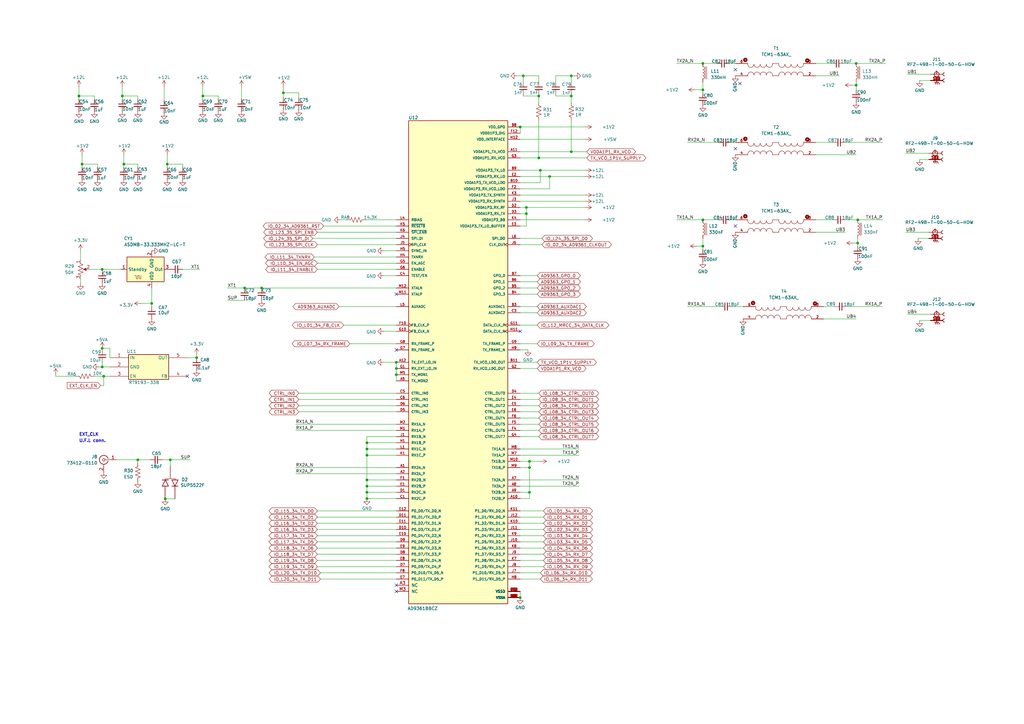
<source format=kicad_sch>
(kicad_sch (version 20231120) (generator "eeschema") (generator_version "8.0")
  (paper "A3")
  (junction (at 33.655 67.31))
  (junction (at 217.17 191.77))
  (junction (at 42.545 154.305))
  (junction (at 162.56 151.13))
  (junction (at 213.36 52.07))
  (junction (at 351.79 90.17))
  (junction (at 50.165 39.37))
  (junction (at 32.385 39.37))
  (junction (at 220.98 39.37))
  (junction (at 62.23 124.46))
  (junction (at 107.315 118.11))
  (junction (at 68.58 67.31))
  (junction (at 217.17 201.93))
  (junction (at 234.315 39.37))
  (junction (at 80.645 146.685))
  (junction (at 50.8 67.31))
  (junction (at 288.29 90.17))
  (junction (at 116.205 38.1))
  (junction (at 100.33 118.11))
  (junction (at 56.515 188.595))
  (junction (at 215.9 87.63))
  (junction (at 150.495 184.15))
  (junction (at 351.155 34.925))
  (junction (at 351.155 26.035))
  (junction (at 69.85 188.595))
  (junction (at 225.425 72.39))
  (junction (at 288.29 36.83))
  (junction (at 162.56 153.67))
  (junction (at 288.29 100.965))
  (junction (at 41.91 150.495))
  (junction (at 214.63 31.115))
  (junction (at 213.36 245.11))
  (junction (at 234.315 31.115))
  (junction (at 83.185 39.37))
  (junction (at 41.91 110.49))
  (junction (at 67.7542 204.597))
  (junction (at 150.495 181.61))
  (junction (at 150.495 186.69))
  (junction (at 150.495 199.39))
  (junction (at 150.495 204.47))
  (junction (at 150.495 201.93))
  (junction (at 150.495 196.85))
  (junction (at 351.79 99.695))
  (junction (at 162.56 148.59))
  (junction (at 215.9 85.09))
  (junction (at 234.315 62.23))
  (junction (at 288.29 26.035))
  (junction (at 217.17 189.23))
  (junction (at 41.91 142.875))
  (junction (at 220.98 64.77))
  (junction (at 221.615 69.85))
  (no_connect (at 301.625 60.96))
  (no_connect (at 76.835 154.305))
  (no_connect (at 213.36 135.89))
  (no_connect (at 162.56 240.03))
  (no_connect (at 162.56 143.51))
  (no_connect (at 303.4792 34.2646))
  (no_connect (at 301.625 92.71))
  (no_connect (at 301.625 28.575))
  (no_connect (at 162.56 242.57))
  (no_connect (at 162.56 120.65))
  (wire (pts (xy 130.175 209.55) (xy 162.56 209.55)))
  (wire (pts (xy 213.36 52.07) (xy 240.03 52.07)))
  (wire (pts (xy 68.58 63.5) (xy 68.58 67.31)))
  (wire (pts (xy 56.515 39.37) (xy 56.515 40.64)))
  (wire (pts (xy 50.165 35.56) (xy 50.165 39.37)))
  (wire (pts (xy 215.9 85.09) (xy 240.03 85.09)))
  (wire (pts (xy 351.79 97.79) (xy 351.79 99.695)))
  (wire (pts (xy 121.285 176.53) (xy 162.56 176.53)))
  (wire (pts (xy 214.63 39.37) (xy 220.98 39.37)))
  (wire (pts (xy 149.86 90.17) (xy 162.56 90.17)))
  (wire (pts (xy 41.91 110.49) (xy 41.91 111.125)))
  (wire (pts (xy 68.58 67.31) (xy 74.93 67.31)))
  (wire (pts (xy 213.36 151.13) (xy 220.345 151.13)))
  (wire (pts (xy 215.9 87.63) (xy 213.36 87.63)))
  (wire (pts (xy 213.36 184.15) (xy 237.49 184.15)))
  (wire (pts (xy 41.91 142.875) (xy 41.91 143.51)))
  (wire (pts (xy 41.91 142.875) (xy 45.085 142.875)))
  (wire (pts (xy 288.29 36.83) (xy 288.29 38.1)))
  (wire (pts (xy 67.691 204.597) (xy 67.7542 204.597)))
  (wire (pts (xy 68.58 68.58) (xy 68.58 67.31)))
  (wire (pts (xy 217.17 204.47) (xy 217.17 201.93)))
  (wire (pts (xy 162.56 148.59) (xy 162.56 151.13)))
  (wire (pts (xy 234.315 62.23) (xy 240.665 62.23)))
  (wire (pts (xy 234.315 31.115) (xy 235.585 31.115)))
  (wire (pts (xy 288.29 26.035) (xy 294.005 26.035)))
  (wire (pts (xy 349.885 99.695) (xy 351.79 99.695)))
  (wire (pts (xy 351.79 99.695) (xy 351.79 100.965)))
  (wire (pts (xy 213.36 97.79) (xy 222.25 97.79)))
  (wire (pts (xy 162.56 153.67) (xy 162.56 156.21)))
  (wire (pts (xy 213.36 217.17) (xy 222.885 217.17)))
  (wire (pts (xy 62.23 124.46) (xy 62.23 125.73)))
  (wire (pts (xy 42.545 154.305) (xy 42.545 158.115)))
  (wire (pts (xy 116.205 38.1) (xy 116.205 40.005)))
  (wire (pts (xy 56.515 188.595) (xy 56.515 189.865)))
  (wire (pts (xy 41.91 150.495) (xy 45.085 150.495)))
  (wire (pts (xy 41.91 148.59) (xy 41.91 150.495)))
  (wire (pts (xy 33.655 68.58) (xy 33.655 67.31)))
  (wire (pts (xy 57.785 124.46) (xy 62.23 124.46)))
  (wire (pts (xy 130.175 107.95) (xy 162.56 107.95)))
  (wire (pts (xy 150.495 179.07) (xy 150.495 181.61)))
  (wire (pts (xy 93.345 118.11) (xy 100.33 118.11)))
  (wire (pts (xy 150.495 201.93) (xy 150.495 204.47)))
  (wire (pts (xy 220.98 64.77) (xy 213.36 64.77)))
  (wire (pts (xy 213.36 204.47) (xy 217.17 204.47)))
  (wire (pts (xy 150.495 184.15) (xy 162.56 184.15)))
  (wire (pts (xy 213.36 163.83) (xy 220.98 163.83)))
  (wire (pts (xy 122.555 161.29) (xy 162.56 161.29)))
  (wire (pts (xy 121.285 191.77) (xy 162.56 191.77)))
  (wire (pts (xy 76.835 146.685) (xy 80.645 146.685)))
  (wire (pts (xy 69.85 188.595) (xy 78.105 188.595)))
  (wire (pts (xy 346.075 26.035) (xy 351.155 26.035)))
  (wire (pts (xy 42.545 158.115) (xy 41.275 158.115)))
  (wire (pts (xy 122.555 38.1) (xy 122.555 40.005)))
  (wire (pts (xy 38.735 39.37) (xy 38.735 40.64)))
  (wire (pts (xy 213.36 229.87) (xy 222.885 229.87)))
  (wire (pts (xy 372.11 30.48) (xy 381.635 30.48)))
  (wire (pts (xy 130.175 229.87) (xy 162.56 229.87)))
  (wire (pts (xy 281.94 58.42) (xy 294.64 58.42)))
  (wire (pts (xy 213.36 148.59) (xy 220.345 148.59)))
  (wire (pts (xy 143.51 140.97) (xy 162.56 140.97)))
  (wire (pts (xy 83.185 39.37) (xy 89.535 39.37)))
  (wire (pts (xy 213.36 140.97) (xy 220.345 140.97)))
  (wire (pts (xy 150.495 184.15) (xy 150.495 186.69)))
  (wire (pts (xy 220.98 64.77) (xy 240.665 64.77)))
  (wire (pts (xy 213.36 176.53) (xy 220.98 176.53)))
  (wire (pts (xy 157.48 135.89) (xy 162.56 135.89)))
  (wire (pts (xy 213.36 232.41) (xy 222.885 232.41)))
  (wire (pts (xy 38.735 154.305) (xy 42.545 154.305)))
  (wire (pts (xy 299.72 90.17) (xy 301.625 90.17)))
  (wire (pts (xy 213.36 143.51) (xy 216.535 143.51)))
  (wire (pts (xy 213.36 227.33) (xy 222.885 227.33)))
  (wire (pts (xy 116.205 38.1) (xy 122.555 38.1)))
  (wire (pts (xy 213.36 191.77) (xy 217.17 191.77)))
  (wire (pts (xy 234.315 31.115) (xy 234.315 33.655)))
  (wire (pts (xy 131.445 234.95) (xy 162.56 234.95)))
  (wire (pts (xy 220.98 31.115) (xy 220.98 33.655)))
  (wire (pts (xy 67.7542 204.597) (xy 71.755 204.597)))
  (wire (pts (xy 214.63 31.115) (xy 220.98 31.115)))
  (wire (pts (xy 83.185 35.56) (xy 83.185 39.37)))
  (wire (pts (xy 225.425 77.47) (xy 213.36 77.47)))
  (wire (pts (xy 213.36 214.63) (xy 222.885 214.63)))
  (wire (pts (xy 139.065 125.73) (xy 162.56 125.73)))
  (wire (pts (xy 130.175 222.25) (xy 162.56 222.25)))
  (wire (pts (xy 40.64 150.495) (xy 41.91 150.495)))
  (wire (pts (xy 213.36 90.17) (xy 240.03 90.17)))
  (wire (pts (xy 157.48 102.87) (xy 162.56 102.87)))
  (wire (pts (xy 157.48 113.03) (xy 162.56 113.03)))
  (wire (pts (xy 130.175 217.17) (xy 162.56 217.17)))
  (wire (pts (xy 213.36 120.65) (xy 220.345 120.65)))
  (wire (pts (xy 162.56 151.13) (xy 162.56 153.67)))
  (wire (pts (xy 130.175 110.49) (xy 162.56 110.49)))
  (wire (pts (xy 33.02 102.87) (xy 33.02 106.68)))
  (wire (pts (xy 122.555 163.83) (xy 162.56 163.83)))
  (wire (pts (xy 221.615 69.85) (xy 240.03 69.85)))
  (wire (pts (xy 225.425 72.39) (xy 225.425 77.47)))
  (wire (pts (xy 99.06 35.56) (xy 99.06 40.64)))
  (wire (pts (xy 217.17 189.23) (xy 217.17 191.77)))
  (wire (pts (xy 213.36 161.29) (xy 220.98 161.29)))
  (wire (pts (xy 89.535 39.37) (xy 89.535 40.64)))
  (wire (pts (xy 214.63 31.115) (xy 214.63 33.655)))
  (wire (pts (xy 299.72 58.42) (xy 301.625 58.42)))
  (wire (pts (xy 277.495 26.035) (xy 288.29 26.035)))
  (wire (pts (xy 213.36 237.49) (xy 221.615 237.49)))
  (wire (pts (xy 150.495 196.85) (xy 150.495 199.39)))
  (wire (pts (xy 234.315 39.37) (xy 227.965 39.37)))
  (wire (pts (xy 217.17 189.23) (xy 221.615 189.23)))
  (wire (pts (xy 334.645 63.5) (xy 351.155 63.5)))
  (wire (pts (xy 130.175 95.25) (xy 162.56 95.25)))
  (wire (pts (xy 351.79 90.17) (xy 361.95 90.17)))
  (wire (pts (xy 281.94 125.73) (xy 295.275 125.73)))
  (wire (pts (xy 220.98 49.53) (xy 220.98 64.77)))
  (wire (pts (xy 140.97 133.35) (xy 162.56 133.35)))
  (wire (pts (xy 334.645 95.25) (xy 346.71 95.25)))
  (wire (pts (xy 377.19 65.405) (xy 381 65.405)))
  (wire (pts (xy 227.965 39.37) (xy 227.965 38.735)))
  (wire (pts (xy 213.36 179.07) (xy 220.98 179.07)))
  (wire (pts (xy 215.9 85.09) (xy 215.9 87.63)))
  (wire (pts (xy 74.93 67.31) (xy 74.93 68.58)))
  (wire (pts (xy 150.495 186.69) (xy 150.495 196.85)))
  (wire (pts (xy 227.965 31.115) (xy 234.315 31.115)))
  (wire (pts (xy 93.345 123.19) (xy 100.33 123.19)))
  (wire (pts (xy 150.495 196.85) (xy 162.56 196.85)))
  (wire (pts (xy 32.385 35.56) (xy 32.385 39.37)))
  (wire (pts (xy 214.63 38.735) (xy 214.63 39.37)))
  (wire (pts (xy 45.085 142.875) (xy 45.085 146.685)))
  (wire (pts (xy 213.36 100.33) (xy 222.25 100.33)))
  (wire (pts (xy 121.285 194.31) (xy 162.56 194.31)))
  (wire (pts (xy 80.645 145.415) (xy 80.645 146.685)))
  (wire (pts (xy 213.36 219.71) (xy 222.885 219.71)))
  (wire (pts (xy 215.9 87.63) (xy 215.9 92.71)))
  (wire (pts (xy 130.175 214.63) (xy 162.56 214.63)))
  (wire (pts (xy 107.315 118.11) (xy 162.56 118.11)))
  (wire (pts (xy 234.315 39.37) (xy 234.315 41.91)))
  (wire (pts (xy 212.09 31.115) (xy 214.63 31.115)))
  (wire (pts (xy 139.7 90.17) (xy 142.24 90.17)))
  (wire (pts (xy 285.75 100.965) (xy 288.29 100.965)))
  (wire (pts (xy 213.36 224.79) (xy 222.885 224.79)))
  (wire (pts (xy 213.36 212.09) (xy 222.885 212.09)))
  (wire (pts (xy 50.8 63.5) (xy 50.8 67.31)))
  (wire (pts (xy 288.29 90.17) (xy 294.64 90.17)))
  (wire (pts (xy 213.36 242.57) (xy 213.36 245.11)))
  (wire (pts (xy 33.655 67.31) (xy 40.005 67.31)))
  (wire (pts (xy 342.265 125.73) (xy 337.82 125.73)))
  (wire (pts (xy 150.495 181.61) (xy 150.495 184.15)))
  (wire (pts (xy 66.675 188.595) (xy 69.85 188.595)))
  (wire (pts (xy 69.85 188.595) (xy 69.85 191.135)))
  (wire (pts (xy 213.36 80.01) (xy 240.03 80.01)))
  (wire (pts (xy 74.93 110.49) (xy 81.915 110.49)))
  (wire (pts (xy 213.36 186.69) (xy 237.49 186.69)))
  (wire (pts (xy 56.515 188.595) (xy 61.595 188.595)))
  (wire (pts (xy 128.905 105.41) (xy 162.56 105.41)))
  (wire (pts (xy 213.36 115.57) (xy 220.345 115.57)))
  (wire (pts (xy 371.475 62.865) (xy 381 62.865)))
  (wire (pts (xy 234.315 62.23) (xy 213.36 62.23)))
  (wire (pts (xy 116.205 35.56) (xy 116.205 38.1)))
  (wire (pts (xy 300.355 125.73) (xy 304.8 125.73)))
  (wire (pts (xy 346.71 90.17) (xy 351.79 90.17)))
  (wire (pts (xy 213.36 189.23) (xy 217.17 189.23)))
  (wire (pts (xy 351.155 34.925) (xy 351.155 36.83)))
  (wire (pts (xy 122.555 168.91) (xy 162.56 168.91)))
  (wire (pts (xy 277.495 90.17) (xy 288.29 90.17)))
  (wire (pts (xy 213.36 222.25) (xy 222.885 222.25)))
  (wire (pts (xy 50.165 39.37) (xy 56.515 39.37)))
  (wire (pts (xy 220.98 38.735) (xy 220.98 39.37)))
  (wire (pts (xy 150.495 181.61) (xy 162.56 181.61)))
  (wire (pts (xy 213.36 128.27) (xy 220.345 128.27)))
  (wire (pts (xy 150.495 179.07) (xy 162.56 179.07)))
  (wire (pts (xy 162.56 204.47) (xy 150.495 204.47)))
  (wire (pts (xy 234.315 49.53) (xy 234.315 62.23)))
  (wire (pts (xy 213.36 173.99) (xy 220.98 173.99)))
  (wire (pts (xy 217.17 191.77) (xy 217.17 201.93)))
  (wire (pts (xy 40.005 67.31) (xy 40.005 68.58)))
  (wire (pts (xy 213.36 113.03) (xy 220.345 113.03)))
  (wire (pts (xy 33.655 63.5) (xy 33.655 67.31)))
  (wire (pts (xy 377.19 33.02) (xy 381.635 33.02)))
  (wire (pts (xy 22.86 154.305) (xy 22.86 153.67)))
  (wire (pts (xy 67.31 35.56) (xy 67.31 41.275)))
  (wire (pts (xy 227.965 31.115) (xy 227.965 33.655)))
  (wire (pts (xy 128.27 97.79) (xy 162.56 97.79)))
  (wire (pts (xy 225.425 72.39) (xy 240.03 72.39)))
  (wire (pts (xy 100.33 118.11) (xy 107.315 118.11)))
  (wire (pts (xy 334.645 31.115) (xy 344.17 31.115)))
  (wire (pts (xy 376.555 97.79) (xy 381 97.79)))
  (wire (pts (xy 349.25 34.925) (xy 351.155 34.925)))
  (wire (pts (xy 83.185 40.64) (xy 83.185 39.37)))
  (wire (pts (xy 337.82 130.81) (xy 351.155 130.81)))
  (wire (pts (xy 334.645 58.42) (xy 341.63 58.42)))
  (wire (pts (xy 130.175 232.41) (xy 162.56 232.41)))
  (wire (pts (xy 213.36 201.93) (xy 217.17 201.93)))
  (wire (pts (xy 150.495 186.69) (xy 162.56 186.69)))
  (wire (pts (xy 32.385 40.64) (xy 32.385 39.37)))
  (wire (pts (xy 347.345 125.73) (xy 361.95 125.73)))
  (wire (pts (xy 213.36 72.39) (xy 225.425 72.39)))
  (wire (pts (xy 213.36 85.09) (xy 215.9 85.09)))
  (wire (pts (xy 213.36 125.73) (xy 220.345 125.73)))
  (wire (pts (xy 56.515 67.31) (xy 56.515 68.58)))
  (wire (pts (xy 288.29 100.965) (xy 288.29 102.235)))
  (wire (pts (xy 32.385 39.37) (xy 38.735 39.37)))
  (wire (pts (xy 157.48 148.59) (xy 162.56 148.59)))
  (wire (pts (xy 131.445 237.49) (xy 162.56 237.49)))
  (wire (pts (xy 346.71 58.42) (xy 361.95 58.42)))
  (wire (pts (xy 122.555 166.37) (xy 162.56 166.37)))
  (wire (pts (xy 22.86 154.305) (xy 31.115 154.305)))
  (wire (pts (xy 47.625 188.595) (xy 56.515 188.595)))
  (wire (pts (xy 121.285 173.99) (xy 162.56 173.99)))
  (wire (pts (xy 213.36 57.15) (xy 240.03 57.15)))
  (wire (pts (xy 213.36 168.91) (xy 220.98 168.91)))
  (wire (pts (xy 130.175 224.79) (xy 162.56 224.79)))
  (wire (pts (xy 285.115 36.83) (xy 288.29 36.83)))
  (wire (pts (xy 371.475 95.25) (xy 381 95.25)))
  (wire (pts (xy 213.36 52.07) (xy 213.36 54.61)))
  (wire (pts (xy 130.175 212.09) (xy 162.56 212.09)))
  (wire (pts (xy 220.98 39.37) (xy 220.98 41.91)))
  (wire (pts (xy 42.545 154.305) (xy 45.085 154.305)))
  (wire (pts (xy 36.83 110.49) (xy 41.91 110.49)))
  (wire (pts (xy 213.36 234.95) (xy 221.615 234.95)))
  (wire (pts (xy 132.715 92.71) (xy 162.56 92.71)))
  (wire (pts (xy 334.645 26.035) (xy 340.995 26.035)))
  (wire (pts (xy 341.63 90.17) (xy 334.645 90.17)))
  (wire (pts (xy 288.29 33.655) (xy 288.29 36.83)))
  (wire (pts (xy 130.175 100.33) (xy 162.56 100.33)))
  (wire (pts (xy 213.36 133.35) (xy 220.345 133.35)))
  (wire (pts (xy 150.495 201.93) (xy 162.56 201.93)))
  (wire (pts (xy 150.495 199.39) (xy 150.495 201.93)))
  (wire (pts (xy 299.085 26.035) (xy 301.625 26.035)))
  (wire (pts (xy 372.11 128.905) (xy 381.635 128.905)))
  (wire (pts (xy 351.155 26.035) (xy 363.22 26.035)))
  (wire (pts (xy 213.36 118.11) (xy 220.345 118.11)))
  (wire (pts (xy 213.36 74.93) (xy 221.615 74.93)))
  (wire (pts (xy 50.8 68.58) (xy 50.8 67.31)))
  (wire (pts (xy 162.56 199.39) (xy 150.495 199.39)))
  (wire (pts (xy 237.49 199.39) (xy 213.36 199.39)))
  (wire (pts (xy 213.36 82.55) (xy 240.03 82.55)))
  (wire (pts (xy 221.615 69.85) (xy 221.615 74.93)))
  (wire (pts (xy 130.175 227.33) (xy 162.56 227.33)))
  (wire (pts (xy 213.36 166.37) (xy 220.98 166.37)))
  (wire (pts (xy 234.315 38.735) (xy 234.315 39.37)))
  (wire (pts (xy 50.8 67.31) (xy 56.515 67.31)))
  (wire (pts (xy 377.19 131.445) (xy 381.635 131.445)))
  (wire (pts (xy 62.23 118.11) (xy 62.23 124.46)))
  (wire (pts (xy 130.175 219.71) (xy 162.56 219.71)))
  (wire (pts (xy 213.36 171.45) (xy 220.98 171.45)))
  (wire (pts (xy 351.155 33.655) (xy 351.155 34.925)))
  (wire (pts (xy 221.615 69.85) (xy 213.36 69.85)))
  (wire (pts (xy 288.29 97.79) (xy 288.29 100.965)))
  (wire (pts (xy 215.9 92.71) (xy 213.36 92.71)))
  (wire (pts (xy 237.49 196.85) (xy 213.36 196.85)))
  (wire (pts (xy 33.02 116.205) (xy 33.02 114.3)))
  (wire (pts (xy 50.165 40.64) (xy 50.165 39.37)))
  (wire (pts (xy 41.91 110.49) (xy 49.53 110.49)))
  (wire (pts (xy 213.36 209.55) (xy 222.885 209.55)))
  (text "EXT_CLK" (at 32.385 179.07 0) (effects (font (size 1.27 1.27) (thickness 0.254) (bold yes)) (justify left bottom)))
  (text "U.F.L conn.\n" (at 32.385 181.61 0) (effects (font (size 1.27 1.27) (thickness 0.254) (bold yes)) (justify left bottom)))
  (label "UB1" (at 372.11 30.48 0))
  (label "RX1A_P" (at 361.95 125.73 180))
  (label "RX2A_N" (at 281.94 58.42 0))
  (label "TX2A_P" (at 237.49 199.39 180))
  (label "TX1A_P" (at 361.95 90.17 180))
  (label "UB3" (at 371.475 95.25 0))
  (label "XT1" (at 81.915 110.49 180))
  (label "UB4" (at 372.11 128.905 0))
  (label "UB2" (at 351.155 63.5 180))
  (label "RX1A_N" (at 281.94 125.73 0))
  (label "TX2A_N" (at 237.49 196.85 180))
  (label "XT1" (at 93.345 118.11 0))
  (label "RX2A_N" (at 121.285 191.77 0))
  (label "RX1A_N" (at 121.285 173.99 0))
  (label "UB1" (at 344.17 31.115 180))
  (label "TX1A_N" (at 277.495 90.17 0))
  (label "UB4" (at 351.155 130.81 180))
  (label "SUP" (at 93.345 123.19 0))
  (label "UB3" (at 346.71 95.25 180))
  (label "TX2A_N" (at 277.495 26.035 0))
  (label "RX2A_P" (at 121.285 194.31 0))
  (label "TX2A_P" (at 363.22 26.035 180))
  (label "TX1A_N" (at 237.49 184.15 180))
  (label "UB2" (at 371.475 62.865 0))
  (label "RX2A_P" (at 361.95 58.42 180))
  (label "TX1A_P" (at 237.49 186.69 180))
  (label "RX1A_P" (at 121.285 176.53 0))
  (label "SUP" (at 78.105 188.595 180))
  (global_label "IO_L24_35_SPI_DI" (shape bidirectional) (at 128.27 97.79 180) (property "Intersheetrefs" "${INTERSHEET_REFS}" (effects (hide yes))))
  (global_label "IO_L01_34_RX_D1" (shape bidirectional) (at 222.885 212.09 0) (property "Intersheetrefs" "${INTERSHEET_REFS}" (effects (hide yes))))
  (global_label "AD9363_GPO_1" (shape bidirectional) (at 220.345 115.57 0) (property "Intersheetrefs" "${INTERSHEET_REFS}" (effects (hide yes))))
  (global_label "IO_L07_34_RX_FRAME" (shape bidirectional) (at 143.51 140.97 180) (property "Intersheetrefs" "${INTERSHEET_REFS}" (effects (hide yes))))
  (global_label "IO_L03_34_RX_D4" (shape bidirectional) (at 222.885 219.71 0) (property "Intersheetrefs" "${INTERSHEET_REFS}" (effects (hide yes))))
  (global_label "IO_L08_34_CTRL_OUT5" (shape bidirectional) (at 220.98 173.99 0) (property "Intersheetrefs" "${INTERSHEET_REFS}" (effects (hide yes))))
  (global_label "IO_L08_34_CTRL_OUT4" (shape bidirectional) (at 220.98 171.45 0) (property "Intersheetrefs" "${INTERSHEET_REFS}" (effects (hide yes))))
  (global_label "IO_L18_34_TX_D6" (shape bidirectional) (at 130.175 224.79 180) (property "Intersheetrefs" "${INTERSHEET_REFS}" (effects (hide yes))))
  (global_label "IO_L09_34_TX_FRAME" (shape bidirectional) (at 220.345 140.97 0) (property "Intersheetrefs" "${INTERSHEET_REFS}" (effects (hide yes))))
  (global_label "IO_L12_MRCC_34_DATA_CLK" (shape bidirectional) (at 220.345 133.35 0) (property "Intersheetrefs" "${INTERSHEET_REFS}" (effects (hide yes))))
  (global_label "IO_L19_34_TX_D8" (shape bidirectional) (at 130.175 229.87 180) (property "Intersheetrefs" "${INTERSHEET_REFS}" (effects (hide yes))))
  (global_label "IO_L11_34_TXNRX" (shape bidirectional) (at 128.905 105.41 180) (property "Intersheetrefs" "${INTERSHEET_REFS}" (effects (hide yes))))
  (global_label "AD9363_AUXDAC1" (shape bidirectional) (at 220.345 125.73 0) (property "Intersheetrefs" "${INTERSHEET_REFS}" (effects (hide yes))))
  (global_label "IO_L08_34_CTRL_OUT0" (shape bidirectional) (at 220.98 161.29 0) (property "Intersheetrefs" "${INTERSHEET_REFS}" (effects (hide yes))))
  (global_label "IO_L08_34_CTRL_OUT6" (shape bidirectional) (at 220.98 176.53 0) (property "Intersheetrefs" "${INTERSHEET_REFS}" (effects (hide yes))))
  (global_label "IO_L17_34_TX_D4" (shape bidirectional) (at 130.175 219.71 180) (property "Intersheetrefs" "${INTERSHEET_REFS}" (effects (hide yes))))
  (global_label "IO_L17_34_TX_D5" (shape bidirectional) (at 130.175 222.25 180) (property "Intersheetrefs" "${INTERSHEET_REFS}" (effects (hide yes))))
  (global_label "AD9363_AUXDAC2" (shape bidirectional) (at 220.345 128.27 0) (property "Intersheetrefs" "${INTERSHEET_REFS}" (effects (hide yes))))
  (global_label "IO_L08_34_CTRL_OUT7" (shape bidirectional) (at 220.98 179.07 0) (property "Intersheetrefs" "${INTERSHEET_REFS}" (effects (hide yes))))
  (global_label "IO_L05_34_RX_D8" (shape bidirectional) (at 222.885 229.87 0) (property "Intersheetrefs" "${INTERSHEET_REFS}" (effects (hide yes))))
  (global_label "CTRL_IN0" (shape bidirectional) (at 122.555 161.29 180) (property "Intersheetrefs" "${INTERSHEET_REFS}" (effects (hide yes))))
  (global_label "AD9363_GPO_2" (shape bidirectional) (at 220.345 118.11 0) (property "Intersheetrefs" "${INTERSHEET_REFS}" (effects (hide yes))))
  (global_label "IO_L06_34_RX_D10" (shape bidirectional) (at 221.615 234.95 0) (property "Intersheetrefs" "${INTERSHEET_REFS}" (effects (hide yes))))
  (global_label "IO_L20_34_TX_D10" (shape bidirectional) (at 131.445 234.95 180) (property "Intersheetrefs" "${INTERSHEET_REFS}" (effects (hide yes))))
  (global_label "AD9363_AUXADC" (shape bidirectional) (at 139.065 125.73 180) (property "Intersheetrefs" "${INTERSHEET_REFS}" (effects (hide yes))))
  (global_label "IO_L05_34_RX_D9" (shape bidirectional) (at 222.885 232.41 0) (property "Intersheetrefs" "${INTERSHEET_REFS}" (effects (hide yes))))
  (global_label "IO_L08_34_CTRL_OUT3" (shape bidirectional) (at 220.98 168.91 0) (property "Intersheetrefs" "${INTERSHEET_REFS}" (effects (hide yes))))
  (global_label "IO_L04_34_RX_D7" (shape bidirectional) (at 222.885 227.33 0) (property "Intersheetrefs" "${INTERSHEET_REFS}" (effects (hide yes))))
  (global_label "TX_VCO_1P1V_SUPPLY" (shape bidirectional) (at 240.665 64.77 0) (property "Intersheetrefs" "${INTERSHEET_REFS}" (effects (hide yes))))
  (global_label "IO_02_34_AD9361_RST" (shape bidirectional) (at 132.715 92.71 180) (property "Intersheetrefs" "${INTERSHEET_REFS}" (effects (hide yes))))
  (global_label "IO_L19_34_TX_D9" (shape bidirectional) (at 130.175 232.41 180) (property "Intersheetrefs" "${INTERSHEET_REFS}" (effects (hide yes))))
  (global_label "IO_L15_34_TX_D0" (shape bidirectional) (at 130.175 209.55 180) (property "Intersheetrefs" "${INTERSHEET_REFS}" (effects (hide yes))))
  (global_label "VDDA1P1_RX_VCO" (shape bidirectional) (at 220.345 151.13 0) (property "Intersheetrefs" "${INTERSHEET_REFS}" (effects (hide yes))))
  (global_label "IO_L10_34_EN_AGC" (shape bidirectional) (at 130.175 107.95 180) (property "Intersheetrefs" "${INTERSHEET_REFS}" (effects (hide yes))))
  (global_label "AD9363_GPO_0" (shape bidirectional) (at 220.345 113.03 0) (property "Intersheetrefs" "${INTERSHEET_REFS}" (effects (hide yes))))
  (global_label "AD9363_GPO_3" (shape bidirectional) (at 220.345 120.65 0) (property "Intersheetrefs" "${INTERSHEET_REFS}" (effects (hide yes))))
  (global_label "IO_L08_34_CTRL_OUT2" (shape bidirectional) (at 220.98 166.37 0) (property "Intersheetrefs" "${INTERSHEET_REFS}" (effects (hide yes))))
  (global_label "IO_L02_34_RX_D3" (shape bidirectional) (at 222.885 217.17 0) (property "Intersheetrefs" "${INTERSHEET_REFS}" (effects (hide yes))))
  (global_label "IO_L01_34_RX_D0" (shape bidirectional) (at 222.885 209.55 0) (property "Intersheetrefs" "${INTERSHEET_REFS}" (effects (hide yes))))
  (global_label "IO_L02_34_RX_D2" (shape bidirectional) (at 222.885 214.63 0) (property "Intersheetrefs" "${INTERSHEET_REFS}" (effects (hide yes))))
  (global_label "CTRL_IN3" (shape bidirectional) (at 122.555 168.91 180) (property "Intersheetrefs" "${INTERSHEET_REFS}" (effects (hide yes))))
  (global_label "IO_L15_34_TX_D1" (shape bidirectional) (at 130.175 212.09 180) (property "Intersheetrefs" "${INTERSHEET_REFS}" (effects (hide yes))))
  (global_label "IO_L24_35_SPI_D0" (shape bidirectional) (at 222.25 97.79 0) (property "Intersheetrefs" "${INTERSHEET_REFS}" (effects (hide yes))))
  (global_label "IO_L06_34_RX_D11" (shape bidirectional) (at 221.615 237.49 0) (property "Intersheetrefs" "${INTERSHEET_REFS}" (effects (hide yes))))
  (global_label "IO_L16_34_TX_D2" (shape bidirectional) (at 130.175 214.63 180) (property "Intersheetrefs" "${INTERSHEET_REFS}" (effects (hide yes))))
  (global_label "IO_L03_34_RX_D5" (shape bidirectional) (at 222.885 222.25 0) (property "Intersheetrefs" "${INTERSHEET_REFS}" (effects (hide yes))))
  (global_label "CTRL_IN1" (shape bidirectional) (at 122.555 163.83 180) (property "Intersheetrefs" "${INTERSHEET_REFS}" (effects (hide yes))))
  (global_label "IO_L16_34_TX_D3" (shape bidirectional) (at 130.175 217.17 180) (property "Intersheetrefs" "${INTERSHEET_REFS}" (effects (hide yes))))
  (global_label "IO_L04_34_RX_D6" (shape bidirectional) (at 222.885 224.79 0) (property "Intersheetrefs" "${INTERSHEET_REFS}" (effects (hide yes))))
  (global_label "IO_L23_35_SPI_ENB" (shape bidirectional) (at 130.175 95.25 180) (property "Intersheetrefs" "${INTERSHEET_REFS}" (effects (hide yes))))
  (global_label "IO_L01_34_FB_CLK" (shape bidirectional) (at 140.97 133.35 180) (property "Intersheetrefs" "${INTERSHEET_REFS}" (effects (hide yes))))
  (global_label "IO_L23_35_SPI_CLK" (shape bidirectional) (at 130.175 100.33 180) (property "Intersheetrefs" "${INTERSHEET_REFS}" (effects (hide yes))))
  (global_label "TX_VCO_1P1V_SUPPLY" (shape bidirectional) (at 220.345 148.59 0) (property "Intersheetrefs" "${INTERSHEET_REFS}" (effects (hide yes))))
  (global_label "VDDA1P1_RX_VCO" (shape bidirectional) (at 240.665 62.23 0) (property "Intersheetrefs" "${INTERSHEET_REFS}" (effects (hide yes))))
  (global_label "IO_L18_34_TX_D7" (shape bidirectional) (at 130.175 227.33 180) (property "Intersheetrefs" "${INTERSHEET_REFS}" (effects (hide yes))))
  (global_label "IO_L20_34_TX_D11" (shape bidirectional) (at 131.445 237.49 180) (property "Intersheetrefs" "${INTERSHEET_REFS}" (effects (hide yes))))
  (global_label "EXT_CLK_EN" (shape input) (at 41.275 158.115 180) (property "Intersheetrefs" "${INTERSHEET_REFS}" (effects (hide yes))))
  (global_label "IO_L11_34_ENABLE" (shape bidirectional) (at 130.175 110.49 180) (property "Intersheetrefs" "${INTERSHEET_REFS}" (effects (hide yes))))
  (global_label "CTRL_IN2" (shape bidirectional) (at 122.555 166.37 180) (property "Intersheetrefs" "${INTERSHEET_REFS}" (effects (hide yes))))
  (global_label "IO_L08_34_CTRL_OUT1" (shape bidirectional) (at 220.98 163.83 0) (property "Intersheetrefs" "${INTERSHEET_REFS}" (effects (hide yes))))
  (global_label "IO_02_34_AD9361_CLKOUT" (shape bidirectional) (at 222.25 100.33 0) (property "Intersheetrefs" "${INTERSHEET_REFS}" (effects (hide yes))))
  (symbol (lib_id "power:+12L") (at 50.165 35.56 0) (unit 1)
    (property "Reference" "#PWR0135" (effects (hide yes)))
    (property "Value" "+12L" (at 50.038 31.75 0))
  )
  (symbol (lib_name "GND_1") (lib_id "power:GND") (at 301.625 31.115 0) (unit 1)
    (property "Reference" "#PWR0190" (effects (hide yes)))
    (property "Value" "GND" (at 301.498 35.687 90))
  )
  (symbol (lib_id "Device:C_Small") (at 122.555 42.545 0) (unit 1)
    (property "Reference" "C75" (at 122.682 41.021 0) (effects (justify left)))
    (property "Value" "10nF" (at 122.936 44.196 0) (effects (justify left)))
    (property "Footprint" "Capacitor_SMD:C_0402_1005Metric_Pad0.74x0.62mm_HandSolder" (effects (hide yes)))
  )
  (symbol (lib_id "Device:C_Small") (at 227.965 36.195 0) (unit 1)
    (property "Reference" "C78" (at 223.901 34.671 0) (effects (justify left)))
    (property "Value" "1nF" (at 224.155 37.973 0) (effects (justify left)))
    (property "Footprint" "Capacitor_SMD:C_0402_1005Metric_Pad0.74x0.62mm_HandSolder" (effects (hide yes)))
  )
  (symbol (lib_id "Device:C_Small") (at 220.98 36.195 0) (unit 1)
    (property "Reference" "C77" (at 217.17 34.544 0) (effects (justify left)))
    (property "Value" "1nF" (at 217.17 37.973 0) (effects (justify left)))
    (property "Footprint" "Capacitor_SMD:C_0402_1005Metric_Pad0.74x0.62mm_HandSolder" (effects (hide yes)))
  )
  (symbol (lib_id "Device:C_Small") (at 62.23 128.27 0) (unit 1)
    (property "Reference" "CA7" (at 64.897 126.111 0) (effects (justify left)))
    (property "Value" "10uF" (at 64.77 128.27 0) (effects (justify left)))
    (property "Footprint" "Capacitor_SMD:C_0603_1608Metric_Pad1.08x0.95mm_HandSolder" (effects (hide yes)))
  )
  (symbol (lib_id "RF2-49B-T-00-50-G-HDW:RF2-49B-T-00-50-G-HDW") (at 384.175 30.48 0) (mirror y) (unit 1)
    (property "Reference" "J11" (at 384.1531 24.3474 0))
    (property "Value" "RF2-49B-T-00-50-G-HDW" (at 385.8793 26.4189 0))
    (property "Footprint" "Connector_Coaxial:SMA_Amphenol_901-144_Vertical" (effects (hide yes)))
    (property "PARTREV" "7/20/16" (effects (hide yes)))
    (property "STANDARD" "Manufacturer Recommendations" (effects (hide yes)))
    (property "SNAPEDA_PN" "RF2-49B-T-00-50-G-HDW" (effects (hide yes)))
    (property "MAXIMUM_PACKAGE_HEIGHT" "10.45mm" (effects (hide yes)))
    (property "MANUFACTURER" "Adam Tech" (effects (hide yes)))
  )
  (symbol (lib_id "RF2-49B-T-00-50-G-HDW:RF2-49B-T-00-50-G-HDW") (at 383.54 62.865 0) (mirror y) (unit 1)
    (property "Reference" "J9" (at 383.5181 56.7324 0))
    (property "Value" "RF2-49B-T-00-50-G-HDW" (at 385.2443 58.8039 0))
    (property "Footprint" "Connector_Coaxial:SMA_Amphenol_901-144_Vertical" (effects (hide yes)))
    (property "PARTREV" "7/20/16" (effects (hide yes)))
    (property "STANDARD" "Manufacturer Recommendations" (effects (hide yes)))
    (property "SNAPEDA_PN" "RF2-49B-T-00-50-G-HDW" (effects (hide yes)))
    (property "MAXIMUM_PACKAGE_HEIGHT" "10.45mm" (effects (hide yes)))
    (property "MANUFACTURER" "Adam Tech" (effects (hide yes)))
  )
  (symbol (lib_id "Device:C_Small") (at 68.58 71.12 0) (unit 1)
    (property "Reference" "C66" (at 68.58 69.596 0) (effects (justify left)))
    (property "Value" "10nF" (at 68.58 72.771 0) (effects (justify left)))
    (property "Footprint" "Capacitor_SMD:C_0402_1005Metric_Pad0.74x0.62mm_HandSolder" (effects (hide yes)))
  )
  (symbol (lib_id "power:+12L") (at 240.03 82.55 270) (unit 1)
    (property "Reference" "#PWR0180" (effects (hide yes)))
    (property "Value" "+12L" (at 242.57 82.55 90) (effects (justify left)))
  )
  (symbol (lib_name "+5VA_2") (lib_id "power:+5VA") (at 22.86 153.67 0) (unit 1)
    (property "Reference" "#PWR0123" (effects (hide yes)))
    (property "Value" "+5VA" (at 22.606 150.114 0))
  )
  (symbol (lib_id "Device:C_Small") (at 50.165 43.18 0) (unit 1)
    (property "Reference" "C60" (at 50.165 41.656 0) (effects (justify left)))
    (property "Value" "10nF" (at 50.165 44.704 0) (effects (justify left)))
    (property "Footprint" "Capacitor_SMD:C_0402_1005Metric_Pad0.74x0.62mm_HandSolder" (effects (hide yes)))
  )
  (symbol (lib_name "GND_1") (lib_id "power:GND") (at 377.19 33.02 0) (unit 1)
    (property "Reference" "#PWR0203" (effects (hide yes)))
    (property "Value" "GND" (at 377.19 37.084 0))
  )
  (symbol (lib_id "Device:C_Small") (at 41.91 146.05 0) (mirror y) (unit 1)
    (property "Reference" "C59" (at 41.529 144.399 0) (effects (justify left)))
    (property "Value" "10uF" (at 41.656 147.701 0) (effects (justify left)))
    (property "Footprint" "Capacitor_SMD:C_0603_1608Metric_Pad1.08x0.95mm_HandSolder" (effects (hide yes)))
  )
  (symbol (lib_id "Device:C_Small") (at 297.815 125.73 90) (unit 1)
    (property "Reference" "C85" (at 297.053 124.841 90) (effects (justify left)))
    (property "Value" "18pF" (at 303.403 124.841 90) (effects (justify left)))
    (property "Footprint" "Capacitor_SMD:C_0402_1005Metric_Pad0.74x0.62mm_HandSolder" (effects (hide yes)))
  )
  (symbol (lib_id "Device:C_Small") (at 344.17 58.42 270) (unit 1)
    (property "Reference" "C87" (at 339.471 57.531 90) (effects (justify left)))
    (property "Value" "18pF" (at 345.313 57.531 90) (effects (justify left)))
    (property "Footprint" "Capacitor_SMD:C_0402_1005Metric_Pad0.74x0.62mm_HandSolder" (effects (hide yes)))
  )
  (symbol (lib_id "power:+1V2") (at 240.03 85.09 270) (unit 1)
    (property "Reference" "#PWR0181" (effects (hide yes)))
    (property "Value" "+1V2" (at 249.555 85.09 90))
  )
  (symbol (lib_name "GND_1") (lib_id "power:GND") (at 107.315 123.19 0) (unit 1)
    (property "Reference" "#PWR0160" (effects (hide yes)))
    (property "Value" "GND" (at 107.315 127.254 0))
  )
  (symbol (lib_id "Device:R_US") (at 220.98 45.72 0) (unit 1)
    (property "Reference" "R31" (at 222.659 44.9941 0) (effects (justify left)))
    (property "Value" "1R" (at 222.8403 47.2161 0) (effects (justify left)))
    (property "Footprint" "Resistor_SMD:R_0402_1005Metric_Pad0.72x0.64mm_HandSolder" (effects (hide yes)))
  )
  (symbol (lib_name "GND_1") (lib_id "power:GND") (at 377.19 131.445 0) (unit 1)
    (property "Reference" "#PWR0205" (effects (hide yes)))
    (property "Value" "GND" (at 377.19 135.509 0))
  )
  (symbol (lib_id "Device:C_Small") (at 56.515 43.18 0) (unit 1)
    (property "Reference" "C62" (at 56.515 41.656 0) (effects (justify left)))
    (property "Value" "1uF" (at 56.515 44.831 0) (effects (justify left)))
    (property "Footprint" "Capacitor_SMD:C_0402_1005Metric_Pad0.74x0.62mm_HandSolder" (effects (hide yes)))
  )
  (symbol (lib_name "GND_1") (lib_id "power:GND") (at 351.79 106.045 0) (unit 1)
    (property "Reference" "#PWR0198" (effects (hide yes)))
    (property "Value" "GND" (at 351.79 110.109 0))
  )
  (symbol (lib_name "GND_1") (lib_id "power:GND") (at 89.535 45.72 0) (unit 1)
    (property "Reference" "#PWR0157" (effects (hide yes)))
    (property "Value" "GND" (at 89.535 49.403 0))
  )
  (symbol (lib_id "TCM1-63AX_:TCM1-63AX_") (at 316.865 92.71 0) (mirror y) (unit 1)
    (property "Reference" "T3" (at 318.389 83.947 0))
    (property "Value" "TCM1-63AX_" (at 318.389 86.487 0))
    (property "Footprint" "TCM1-63AX_:XFMR_TCM1-63AX_" (effects (hide yes)))
    (property "Description" "\nAudio Transformers / Signal Transformers 1:1 CORE & WIRE Transformer, 10 - 6000 MHz, 50 ohms\n" (effects (hide yes)))
    (property "MF" "Mini-Circuits" (effects (hide yes)))
    (property "Package" "SMD-6 Mini-Circuits" (effects (hide yes)))
    (property "Price" "None" (effects (hide yes)))
    (property "Check_prices" "https://www.snapeda.com/parts/TCM1-63AX+/Mini-Circuits/view-part/?ref=eda" (effects (hide yes)))
    (property "SnapEDA_Link" "https://www.snapeda.com/parts/TCM1-63AX+/Mini-Circuits/view-part/?ref=snap" (effects (hide yes)))
    (property "MP" "TCM1-63AX+" (effects (hide yes)))
    (property "Purchase-URL" "https://www.snapeda.com/api/url_track_click_mouser/?unipart_id=1737112&manufacturer=Mini-Circuits&part_name=TCM1-63AX+&search_term=tcm1-63ax" (effects (hide yes)))
    (property "Availability" "In Stock" (effects (hide yes)))
    (property "MANUFACTURER" "Mini Circuits" (effects (hide yes)))
  )
  (symbol (lib_id "Device:C_Small") (at 297.18 90.17 90) (unit 1)
    (property "Reference" "C84" (at 296.418 89.281 90) (effects (justify left)))
    (property "Value" "18pF" (at 302.768 89.281 90) (effects (justify left)))
    (property "Footprint" "Capacitor_SMD:C_0402_1005Metric_Pad0.74x0.62mm_HandSolder" (effects (hide yes)))
  )
  (symbol (lib_id "Device:C_Small") (at 33.655 71.12 0) (unit 1)
    (property "Reference" "C55" (at 33.655 69.596 0) (effects (justify left)))
    (property "Value" "10nF" (at 33.655 72.898 0) (effects (justify left)))
    (property "Footprint" "Capacitor_SMD:C_0402_1005Metric_Pad0.74x0.62mm_HandSolder" (effects (hide yes)))
  )
  (symbol (lib_id "Device:C_Small") (at 74.93 71.12 0) (unit 1)
    (property "Reference" "C68" (at 74.93 69.596 0) (effects (justify left)))
    (property "Value" "1uF" (at 74.93 72.771 0) (effects (justify left)))
    (property "Footprint" "Capacitor_SMD:C_0402_1005Metric_Pad0.74x0.62mm_HandSolder" (effects (hide yes)))
  )
  (symbol (lib_name "GND_1") (lib_id "power:GND") (at 376.555 97.79 0) (unit 1)
    (property "Reference" "#PWR0202" (effects (hide yes)))
    (property "Value" "GND" (at 376.555 101.854 0))
  )
  (symbol (lib_name "GND_1") (lib_id "power:GND") (at 122.555 45.085 0) (unit 1)
    (property "Reference" "#PWR0163" (effects (hide yes)))
    (property "Value" "GND" (at 122.555 48.768 0))
  )
  (symbol (lib_name "GND_1") (lib_id "power:GND") (at 40.64 150.495 270) (unit 1)
    (property "Reference" "#PWR0132" (effects (hide yes)))
    (property "Value" "GND" (at 35.814 150.495 90))
  )
  (symbol (lib_name "+3.3V_1") (lib_id "power:+3.3V") (at 57.785 124.46 90) (mirror x) (unit 1)
    (property "Reference" "#PWR0142" (effects (hide yes)))
    (property "Value" "+3.3V" (at 54.61 125.095 90) (effects (justify left)))
  )
  (symbol (lib_id "Device:C_Small") (at 64.135 188.595 270) (mirror x) (unit 1)
    (property "Reference" "C65" (at 62.23 185.928 90) (effects (justify left)))
    (property "Value" "18pF" (at 61.722 191.262 90) (effects (justify left)))
    (property "Footprint" "Capacitor_SMD:C_0402_1005Metric_Pad0.74x0.62mm_HandSolder" (effects (hide yes)))
  )
  (symbol (lib_id "Device:C_Small") (at 99.06 43.18 0) (unit 1)
    (property "Reference" "C71" (at 99.06 41.656 0) (effects (justify left)))
    (property "Value" "10nF" (at 99.06 44.831 0) (effects (justify left)))
    (property "Footprint" "Capacitor_SMD:C_0402_1005Metric_Pad0.74x0.62mm_HandSolder" (effects (hide yes)))
  )
  (symbol (lib_id "Device:R_US") (at 34.925 154.305 90) (mirror x) (unit 1)
    (property "Reference" "RA6" (at 29.464 153.416 90))
    (property "Value" "10K" (at 40.005 153.162 90))
    (property "Footprint" "Resistor_SMD:R_0402_1005Metric_Pad0.72x0.64mm_HandSolder" (effects (hide yes)))
  )
  (symbol (lib_id "Device:C_Small") (at 38.735 43.18 0) (unit 1)
    (property "Reference" "C56" (at 38.735 41.656 0) (effects (justify left)))
    (property "Value" "1uF" (at 38.735 44.958 0) (effects (justify left)))
    (property "Footprint" "Capacitor_SMD:C_0402_1005Metric_Pad0.74x0.62mm_HandSolder" (effects (hide yes)))
  )
  (symbol (lib_id "Device:R_US") (at 234.315 45.72 0) (unit 1)
    (property "Reference" "R32" (at 235.8095 44.9034 0) (effects (justify left)))
    (property "Value" "1R" (at 235.8548 47.0801 0) (effects (justify left)))
    (property "Footprint" "Resistor_SMD:R_0402_1005Metric_Pad0.72x0.64mm_HandSolder" (effects (hide yes)))
  )
  (symbol (lib_id "Device:C_Small") (at 107.315 120.65 0) (unit 1)
    (property "Reference" "C73" (at 107.315 119.126 0) (effects (justify left)))
    (property "Value" "18pF" (at 107.569 122.301 0) (effects (justify left)))
    (property "Footprint" "Capacitor_SMD:C_0402_1005Metric_Pad0.74x0.62mm_HandSolder" (effects (hide yes)))
  )
  (symbol (lib_name "GND_2") (lib_id "power:GND") (at 157.48 102.87 270) (unit 1)
    (property "Reference" "#PWR0166" (effects (hide yes)))
    (property "Value" "GND" (at 154.432 102.87 90) (effects (justify right)))
  )
  (symbol (lib_name "GND_1") (lib_id "power:GND") (at 40.005 73.66 0) (unit 1)
    (property "Reference" "#PWR0131" (effects (hide yes)))
    (property "Value" "GND" (at 40.005 77.724 0))
  )
  (symbol (lib_id "Device:L_Iron") (at 351.79 93.98 0) (unit 1)
    (property "Reference" "L14" (at 354.203 92.71 0) (effects (justify left)))
    (property "Value" "330nF" (at 354.203 95.25 0) (effects (justify left)))
    (property "Footprint" "Inductor_SMD:L_0402_1005Metric_Pad0.77x0.64mm_HandSolder" (effects (hide yes)))
  )
  (symbol (lib_id "power:+12L") (at 83.185 35.56 0) (unit 1)
    (property "Reference" "#PWR0155" (effects (hide yes)))
    (property "Value" "+12L" (at 83.058 31.75 0))
  )
  (symbol (lib_id "Device:C_Small") (at 116.205 42.545 0) (unit 1)
    (property "Reference" "C74" (at 116.332 41.021 0) (effects (justify left)))
    (property "Value" "10nF" (at 116.459 44.196 0) (effects (justify left)))
    (property "Footprint" "Capacitor_SMD:C_0402_1005Metric_Pad0.74x0.62mm_HandSolder" (effects (hide yes)))
  )
  (symbol (lib_name "GND_2") (lib_id "power:GND") (at 157.48 113.03 270) (unit 1)
    (property "Reference" "#PWR0167" (effects (hide yes)))
    (property "Value" "GND" (at 154.305 113.284 90) (effects (justify right)))
  )
  (symbol (lib_name "GND_1") (lib_id "power:GND") (at 304.8 130.81 0) (unit 1)
    (property "Reference" "#PWR0193" (effects (hide yes)))
    (property "Value" "GND" (at 304.673 135.509 90))
  )
  (symbol (lib_id "Device:C_Small") (at 89.535 43.18 0) (unit 1)
    (property "Reference" "C70" (at 89.535 41.656 0) (effects (justify left)))
    (property "Value" "1uF" (at 89.535 44.831 0) (effects (justify left)))
    (property "Footprint" "Capacitor_SMD:C_0402_1005Metric_Pad0.74x0.62mm_HandSolder" (effects (hide yes)))
  )
  (symbol (lib_name "GND_1") (lib_id "power:GND") (at 62.23 102.87 90) (unit 1)
    (property "Reference" "#PWR0144" (effects (hide yes)))
    (property "Value" "GND" (at 67.056 102.87 90))
  )
  (symbol (lib_name "GND_1") (lib_id "power:GND") (at 301.625 95.25 0) (unit 1)
    (property "Reference" "#PWR0192" (effects (hide yes)))
    (property "Value" "GND" (at 301.498 99.822 90))
  )
  (symbol (lib_name "GND_1") (lib_id "power:GND") (at 50.8 73.66 0) (unit 1)
    (property "Reference" "#PWR0138" (effects (hide yes)))
    (property "Value" "GND" (at 50.8 77.724 0))
  )
  (symbol (lib_name "GND_1") (lib_id "power:GND") (at 83.185 45.72 0) (unit 1)
    (property "Reference" "#PWR0156" (effects (hide yes)))
    (property "Value" "GND" (at 83.185 49.403 0))
  )
  (symbol (lib_id "power:+12L") (at 240.03 80.01 270) (unit 1)
    (property "Reference" "#PWR0179" (effects (hide yes)))
    (property "Value" "+12L" (at 242.57 80.01 90) (effects (justify left)))
  )
  (symbol (lib_id "Device:C_Small") (at 297.18 58.42 90) (unit 1)
    (property "Reference" "C83" (at 296.418 57.531 90) (effects (justify left)))
    (property "Value" "18pF" (at 302.768 57.531 90) (effects (justify left)))
    (property "Footprint" "Capacitor_SMD:C_0402_1005Metric_Pad0.74x0.62mm_HandSolder" (effects (hide yes)))
  )
  (symbol (lib_id "Device:C_Small") (at 344.17 90.17 270) (unit 1)
    (property "Reference" "C88" (at 338.3472 89.24 90) (effects (justify left)))
    (property "Value" "18pF" (at 345.313 89.281 90) (effects (justify left)))
    (property "Footprint" "Capacitor_SMD:C_0402_1005Metric_Pad0.74x0.62mm_HandSolder" (effects (hide yes)))
  )
  (symbol (lib_id "Device:R_US") (at 56.515 193.675 0) (mirror y) (unit 1)
    (property "Reference" "R30" (at 50.8 193.04 0) (effects (justify right)))
    (property "Value" "ESD" (at 50.8 195.58 0) (effects (justify right)))
    (property "Footprint" "Resistor_SMD:R_0402_1005Metric_Pad0.72x0.64mm_HandSolder" (effects (hide yes)))
  )
  (symbol (lib_name "GND_1") (lib_id "power:GND") (at 33.655 73.66 0) (unit 1)
    (property "Reference" "#PWR0129" (effects (hide yes)))
    (property "Value" "GND" (at 33.655 77.724 0))
  )
  (symbol (lib_id "TCM1-63AX_:TCM1-63AX_") (at 316.865 60.96 0) (mirror y) (unit 1)
    (property "Reference" "T2" (at 318.389 52.197 0))
    (property "Value" "TCM1-63AX_" (at 318.389 54.737 0))
    (property "Footprint" "TCM1-63AX_:XFMR_TCM1-63AX_" (effects (hide yes)))
    (property "Description" "\nAudio Transformers / Signal Transformers 1:1 CORE & WIRE Transformer, 10 - 6000 MHz, 50 ohms\n" (effects (hide yes)))
    (property "MF" "Mini-Circuits" (effects (hide yes)))
    (property "Package" "SMD-6 Mini-Circuits" (effects (hide yes)))
    (property "Price" "None" (effects (hide yes)))
    (property "Check_prices" "https://www.snapeda.com/parts/TCM1-63AX+/Mini-Circuits/view-part/?ref=eda" (effects (hide yes)))
    (property "SnapEDA_Link" "https://www.snapeda.com/parts/TCM1-63AX+/Mini-Circuits/view-part/?ref=snap" (effects (hide yes)))
    (property "MP" "TCM1-63AX+" (effects (hide yes)))
    (property "Purchase-URL" "https://www.snapeda.com/api/url_track_click_mouser/?unipart_id=1737112&manufacturer=Mini-Circuits&part_name=TCM1-63AX+&search_term=tcm1-63ax" (effects (hide yes)))
    (property "Availability" "In Stock" (effects (hide yes)))
    (property "MANUFACTURER" "Mini Circuits" (effects (hide yes)))
  )
  (symbol (lib_id "Device:C_Small") (at 83.185 43.18 0) (unit 1)
    (property "Reference" "C69" (at 83.185 41.656 0) (effects (justify left)))
    (property "Value" "10nF" (at 83.185 44.831 0) (effects (justify left)))
    (property "Footprint" "Capacitor_SMD:C_0402_1005Metric_Pad0.74x0.62mm_HandSolder" (effects (hide yes)))
  )
  (symbol (lib_name "GND_1") (lib_id "power:GND") (at 41.91 116.205 0) (unit 1)
    (property "Reference" "#PWR0133" (effects (hide yes)))
    (property "Value" "GND" (at 41.91 120.269 0))
  )
  (symbol (lib_name "GND_2") (lib_id "power:GND") (at 157.48 148.59 270) (unit 1)
    (property "Reference" "#PWR0169" (effects (hide yes)))
    (property "Value" "GND" (at 154.305 148.844 90) (effects (justify right)))
  )
  (symbol (lib_id "PLUTOX_SDR SCH LIB 2:SOT23_MOSFET") (at 69.85 199.39 0) (mirror y) (unit 1)
    (property "Reference" "D2" (at 77.089 196.723 0) (effects (justify left)))
    (property "Value" "SUP5522F" (at 78.994 199.009 0))
    (property "Footprint" "Package_TO_SOT_SMD:SOT-23-3" (effects (hide yes)))
  )
  (symbol (lib_id "Connector:Conn_Coaxial") (at 42.545 188.595 0) (mirror y) (unit 1)
    (property "Reference" "J8" (at 38.735 187.325 0))
    (property "Value" "73412-0110" (at 33.655 189.865 0))
    (property "Footprint" "Connector_Coaxial:U.FL_Molex_MCRF_73412-0110_Vertical" (effects (hide yes)))
    (property "Datasheet" " ~" (effects (hide yes)))
  )
  (symbol (lib_id "RF2-49B-T-00-50-G-HDW:RF2-49B-T-00-50-G-HDW") (at 384.175 128.905 0) (mirror y) (unit 1)
    (property "Reference" "J12" (at 384.1531 122.7724 0))
    (property "Value" "RF2-49B-T-00-50-G-HDW" (at 385.8793 124.8439 0))
    (property "Footprint" "Connector_Coaxial:SMA_Amphenol_901-144_Vertical" (effects (hide yes)))
    (property "PARTREV" "7/20/16" (effects (hide yes)))
    (property "STANDARD" "Manufacturer Recommendations" (effects (hide yes)))
    (property "SNAPEDA_PN" "RF2-49B-T-00-50-G-HDW" (effects (hide yes)))
    (property "MAXIMUM_PACKAGE_HEIGHT" "10.45mm" (effects (hide yes)))
    (property "MANUFACTURER" "Adam Tech" (effects (hide yes)))
  )
  (symbol (lib_name "GND_1") (lib_id "power:GND") (at 288.29 107.315 0) (unit 1)
    (property "Reference" "#PWR0187" (effects (hide yes)))
    (property "Value" "GND" (at 288.29 111.379 0))
  )
  (symbol (lib_id "PLUTOX_SDR SCH LIB 2:RT9193-33GB") (at 84.455 150.495 0) (mirror y) (unit 1)
    (property "Reference" "U11" (at 53.975 144.145 0))
    (property "Value" "RT9193-33B" (at 59.055 156.845 0))
    (property "Footprint" "Libraries:RT9193-33B" (effects (hide yes)))
  )
  (symbol (lib_name "GND_1") (lib_id "power:GND") (at 56.515 197.485 0) (unit 1)
    (property "Reference" "#PWR0141" (effects (hide yes)))
    (property "Value" "GND" (at 56.515 201.549 0))
  )
  (symbol (lib_id "Device:C_Small") (at 343.535 26.035 270) (unit 1)
    (property "Reference" "C86" (at 338.836 25.146 90) (effects (justify left)))
    (property "Value" "18pF" (at 344.678 25.146 90) (effects (justify left)))
    (property "Footprint" "Capacitor_SMD:C_0402_1005Metric_Pad0.74x0.62mm_HandSolder" (effects (hide yes)))
  )
  (symbol (lib_id "RF2-49B-T-00-50-G-HDW:RF2-49B-T-00-50-G-HDW") (at 383.54 95.25 0) (mirror y) (unit 1)
    (property "Reference" "J10" (at 383.5181 89.1174 0))
    (property "Value" "RF2-49B-T-00-50-G-HDW" (at 385.2443 91.1889 0))
    (property "Footprint" "Connector_Coaxial:SMA_Amphenol_901-144_Vertical" (effects (hide yes)))
    (property "PARTREV" "7/20/16" (effects (hide yes)))
    (property "STANDARD" "Manufacturer Recommendations" (effects (hide yes)))
    (property "SNAPEDA_PN" "RF2-49B-T-00-50-G-HDW" (effects (hide yes)))
    (property "MAXIMUM_PACKAGE_HEIGHT" "10.45mm" (effects (hide yes)))
    (property "MANUFACTURER" "Adam Tech" (effects (hide yes)))
  )
  (symbol (lib_name "GND_2") (lib_id "power:GND") (at 139.7 90.17 270) (unit 1)
    (property "Reference" "#PWR0164" (effects (hide yes)))
    (property "Value" "GND" (at 135.89 90.17 90) (effects (justify right)))
  )
  (symbol (lib_id "Device:C_Small") (at 344.805 125.73 270) (unit 1)
    (property "Reference" "C89" (at 338.836 124.714 90) (effects (justify left)))
    (property "Value" "18pF" (at 345.948 124.841 90) (effects (justify left)))
    (property "Footprint" "Capacitor_SMD:C_0402_1005Metric_Pad0.74x0.62mm_HandSolder" (effects (hide yes)))
  )
  (symbol (lib_name "+5VA_2") (lib_id "power:+5VA") (at 41.91 142.875 0) (unit 1)
    (property "Reference" "#PWR0134" (effects (hide yes)))
    (property "Value" "+5VA" (at 41.656 139.319 0))
  )
  (symbol (lib_name "GND_1") (lib_id "power:GND") (at 42.545 193.675 0) (unit 1)
    (property "Reference" "#PWR0150" (effects (hide yes)))
    (property "Value" "GND" (at 42.545 197.739 0))
  )
  (symbol (lib_name "GND_1") (lib_id "power:GND") (at 99.06 45.72 0) (unit 1)
    (property "Reference" "#PWR0159" (effects (hide yes)))
    (property "Value" "GND" (at 99.06 49.403 0))
  )
  (symbol (lib_id "Device:C_Small") (at 56.515 71.12 0) (unit 1)
    (property "Reference" "C63" (at 56.515 69.469 0) (effects (justify left)))
    (property "Value" "1uF" (at 56.515 72.898 0) (effects (justify left)))
    (property "Footprint" "Capacitor_SMD:C_0402_1005Metric_Pad0.74x0.62mm_HandSolder" (effects (hide yes)))
  )
  (symbol (lib_id "Device:C_Small") (at 351.155 39.37 0) (unit 1)
    (property "Reference" "C90" (at 351.409 37.846 0) (effects (justify left)))
    (property "Value" "100nF" (at 351.282 41.021 0) (effects (justify left)))
    (property "Footprint" "Capacitor_SMD:C_0402_1005Metric_Pad0.74x0.62mm_HandSolder" (effects (hide yes)))
  )
  (symbol (lib_id "Device:L_Iron") (at 288.29 29.845 0) (unit 1)
    (property "Reference" "L11" (at 291.465 29.21 0) (effects (justify left)))
    (property "Value" "330nH" (at 291.465 31.75 0) (effects (justify left)))
    (property "Footprint" "Inductor_SMD:L_0402_1005Metric_Pad0.77x0.64mm_HandSolder" (effects (hide yes)))
  )
  (symbol (lib_id "Device:C_Small") (at 234.315 36.195 0) (unit 1)
    (property "Reference" "C79" (at 230.378 34.671 0) (effects (justify left)))
    (property "Value" "1nF" (at 230.505 38.1 0) (effects (justify left)))
    (property "Footprint" "Capacitor_SMD:C_0402_1005Metric_Pad0.74x0.62mm_HandSolder" (effects (hide yes)))
  )
  (symbol (lib_name "GND_1") (lib_id "power:GND") (at 56.515 73.66 0) (unit 1)
    (property "Reference" "#PWR0140" (effects (hide yes)))
    (property "Value" "GND" (at 56.515 77.724 0))
  )
  (symbol (lib_name "GND_1") (lib_id "power:GND") (at 62.23 130.81 0) (unit 1)
    (property "Reference" "#PWR0145" (effects (hide yes)))
    (property "Value" "GND" (at 62.23 134.874 0))
  )
  (symbol (lib_id "power:+12L") (at 32.385 35.56 0) (unit 1)
    (property "Reference" "#PWR0124" (effects (hide yes)))
    (property "Value" "+12L" (at 32.258 31.75 0))
  )
  (symbol (lib_id "Device:R_US") (at 146.05 90.17 270) (unit 1)
    (property "Reference" "RA8" (at 141.605 89.154 90))
    (property "Value" "14.3K" (at 152.019 89.154 90))
    (property "Footprint" "Resistor_SMD:R_0402_1005Metric_Pad0.72x0.64mm_HandSolder" (effects (hide yes)))
  )
  (symbol (lib_name "GND_1") (lib_id "power:GND") (at 235.585 31.115 90) (unit 1)
    (property "Reference" "#PWR0174" (effects (hide yes)))
    (property "Value" "GND" (at 240.665 31.115 90))
  )
  (symbol (lib_id "power:+1V2") (at 68.58 63.5 0) (unit 1)
    (property "Reference" "#PWR0148" (effects (hide yes)))
    (property "Value" "+1V2" (at 68.707 59.817 0))
  )
  (symbol (lib_id "power:+3.3V") (at 80.645 145.415 0) (mirror y) (unit 1)
    (property "Reference" "#PWR0153" (effects (hide yes)))
    (property "Value" "+3.3V" (at 80.645 141.097 0))
  )
  (symbol (lib_id "power:+1V2") (at 33.655 63.5 0) (unit 1)
    (property "Reference" "#PWR0128" (effects (hide yes)))
    (property "Value" "+1V2" (at 33.782 59.817 0))
  )
  (symbol (lib_id "TCM1-63AX_:TCM1-63AX_") (at 316.865 28.575 0) (mirror y) (unit 1)
    (property "Reference" "T1" (at 318.389 19.812 0))
    (property "Value" "TCM1-63AX_" (at 318.389 22.352 0))
    (property "Footprint" "TCM1-63AX_:XFMR_TCM1-63AX_" (effects (hide yes)))
    (property "Description" "\nAudio Transformers / Signal Transformers 1:1 CORE & WIRE Transformer, 10 - 6000 MHz, 50 ohms\n" (effects (hide yes)))
    (property "MF" "Mini-Circuits" (effects (hide yes)))
    (property "Package" "SMD-6 Mini-Circuits" (effects (hide yes)))
    (property "Price" "None" (effects (hide yes)))
    (property "Check_prices" "https://www.snapeda.com/parts/TCM1-63AX+/Mini-Circuits/view-part/?ref=eda" (effects (hide yes)))
    (property "SnapEDA_Link" "https://www.snapeda.com/parts/TCM1-63AX+/Mini-Circuits/view-part/?ref=snap" (effects (hide yes)))
    (property "MP" "TCM1-63AX+" (effects (hide yes)))
    (property "Purchase-URL" "https://www.snapeda.com/api/url_track_click_mouser/?unipart_id=1737112&manufacturer=Mini-Circuits&part_name=TCM1-63AX+&search_term=tcm1-63ax" (effects (hide yes)))
    (property "Availability" "In Stock" (effects (hide yes)))
    (property "MANUFACTURER" "Mini Circuits" (effects (hide yes)))
  )
  (symbol (lib_id "power:+VSW") (at 240.03 57.15 270) (unit 1)
    (property "Reference" "#PWR0176" (effects (hide yes)))
    (property "Value" "+VSW" (at 250.19 57.15 90))
  )
  (symbol (lib_id "Device:C_Small") (at 288.29 40.64 0) (unit 1)
    (property "Reference" "C80" (at 288.544 39.116 0) (effects (justify left)))
    (property "Value" "100nF" (at 288.417 42.291 0) (effects (justify left)))
    (property "Footprint" "Capacitor_SMD:C_0402_1005Metric_Pad0.74x0.62mm_HandSolder" (effects (hide yes)))
  )
  (symbol (lib_name "GND_1") (lib_id "power:GND") (at 150.495 204.47 0) (unit 1)
    (property "Reference" "#PWR0165" (effects (hide yes)))
    (property "Value" "GND" (at 150.495 208.534 0))
  )
  (symbol (lib_id "power:+1V2") (at 285.115 36.83 90) (unit 1)
    (property "Reference" "#PWR0183" (effects (hide yes)))
    (property "Value" "+1V2" (at 275.59 36.83 90))
  )
  (symbol (lib_name "+3.3V_1") (lib_id "power:+3.3V") (at 33.02 102.87 0) (mirror y) (unit 1)
    (property "Reference" "#PWR0126" (effects (hide yes)))
    (property "Value" "+3.3V" (at 33.02 98.552 0))
  )
  (symbol (lib_name "GND_1") (lib_id "power:GND") (at 288.29 43.18 0) (unit 1)
    (property "Reference" "#PWR0186" (effects (hide yes)))
    (property "Value" "GND" (at 288.29 47.244 0))
  )
  (symbol (lib_name "GND_1") (lib_id "power:GND") (at 32.385 45.72 0) (unit 1)
    (property "Reference" "#PWR0125" (effects (hide yes)))
    (property "Value" "GND" (at 32.385 49.784 0))
  )
  (symbol (lib_name "GND_1") (lib_id "power:GND") (at 50.165 45.72 0) (unit 1)
    (property "Reference" "#PWR0136" (effects (hide yes)))
    (property "Value" "GND" (at 50.165 49.403 0))
  )
  (symbol (lib_name "GND_1") (lib_id "power:GND") (at 68.58 73.66 0) (unit 1)
    (property "Reference" "#PWR0149" (effects (hide yes)))
    (property "Value" "GND" (at 68.58 77.724 0))
  )
  (symbol (lib_id "power:+1V2") (at 116.205 35.56 0) (unit 1)
    (property "Reference" "#PWR0161" (effects (hide yes)))
    (property "Value" "+1V2" (at 116.332 31.877 0))
  )
  (symbol (lib_id "power:+1V2") (at 221.615 189.23 270) (unit 1)
    (property "Reference" "#PWR0173" (effects (hide yes)))
    (property "Value" "+1V2" (at 231.14 189.23 90))
  )
  (symbol (lib_name "GND_1") (lib_id "power:GND") (at 33.02 116.205 0) (unit 1)
    (property "Reference" "#PWR0127" (effects (hide yes)))
    (property "Value" "GND" (at 33.02 120.269 0))
  )
  (symbol (lib_id "Device:C_Small") (at 67.31 43.815 0) (unit 1)
    (property "Reference" "C64" (at 67.31 42.291 0) (effects (justify left)))
    (property "Value" "10nF" (at 67.31 45.466 0) (effects (justify left)))
    (property "Footprint" "Capacitor_SMD:C_0402_1005Metric_Pad0.74x0.62mm_HandSolder" (effects (hide yes)))
  )
  (symbol (lib_name "GND_1") (lib_id "power:GND") (at 74.93 73.66 0) (unit 1)
    (property "Reference" "#PWR0151" (effects (hide yes)))
    (property "Value" "GND" (at 74.93 77.724 0))
  )
  (symbol (lib_id "power:+12L") (at 240.03 72.39 270) (unit 1)
    (property "Reference" "#PWR0178" (effects (hide yes)))
    (property "Value" "+12L" (at 242.57 72.39 90) (effects (justify left)))
  )
  (symbol (lib_id "power:+1V2") (at 240.03 90.17 270) (unit 1)
    (property "Reference" "#PWR0182" (effects (hide yes)))
    (property "Value" "+1V2" (at 249.555 90.17 90))
  )
  (symbol (lib_id "Device:C_Small") (at 32.385 43.18 0) (unit 1)
    (property "Reference" "C54" (at 32.385 41.656 0) (effects (justify left)))
    (property "Value" "10nF" (at 32.385 44.831 0) (effects (justify left)))
    (property "Footprint" "Capacitor_SMD:C_0402_1005Metric_Pad0.74x0.62mm_HandSolder" (effects (hide yes)))
  )
  (symbol (lib_id "power:+12L") (at 67.31 35.56 0) (unit 1)
    (property "Reference" "#PWR0146" (effects (hide yes)))
    (property "Value" "+12L" (at 67.183 31.75 0))
  )
  (symbol (lib_name "GND_1") (lib_id "power:GND") (at 351.155 41.91 0) (unit 1)
    (property "Reference" "#PWR0197" (effects (hide yes)))
    (property "Value" "GND" (at 351.155 45.974 0))
  )
  (symbol (lib_name "GND_2") (lib_id "power:GND") (at 157.48 135.89 270) (unit 1)
    (property "Reference" "#PWR0168" (effects (hide yes)))
    (property "Value" "GND" (at 154.305 136.144 90) (effects (justify right)))
  )
  (symbol (lib_id "AD9361BBCZ:AD9361BBCZ") (at 187.96 148.59 0) (unit 1)
    (property "Reference" "U12" (at 169.545 48.26 0))
    (property "Value" "AD9361BBCZ" (at 173.355 249.555 0))
    (property "Footprint" "Libraries:AD9361BBCZ" (effects (hide yes)))
    (property "Description" "\nRF Agile Transceiver\n" (effects (hide yes)))
    (property "MF" "Analog Devices" (effects (hide yes)))
    (property "Package" "CSPBGA -144 Analog Devices" (effects (hide yes)))
    (property "Price" "None" (effects (hide yes)))
    (property "Check_prices" "https://www.snapeda.com/parts/AD9361BBCZ/Analog+Devices/view-part/?ref=eda" (effects (hide yes)))
    (property "SnapEDA_Link" "https://www.snapeda.com/parts/AD9361BBCZ/Analog+Devices/view-part/?ref=snap" (effects (hide yes)))
    (property "MP" "AD9361BBCZ" (effects (hide yes)))
    (property "Purchase-URL" "https://www.snapeda.com/api/url_track_click_mouser/?unipart_id=214533&manufacturer=Analog Devices&part_name=AD9361BBCZ&search_term=ad9361bbcz" (effects (hide yes)))
    (property "Availability" "In Stock" (effects (hide yes)))
    (property "MANUFACTURER" "Analog Devices" (effects (hide yes)))
  )
  (symbol (lib_id "Oscillator:ASDMB-xxxMHz") (at 59.69 110.49 0) (mirror x) (unit 1)
    (property "Reference" "CY1" (at 52.705 97.79 0))
    (property "Value" "ASDMB-33.333MHZ-LC-T" (at 63.5 100.33 0))
    (property "Footprint" "Libraries:XTAL_ASDMB-33.333MHZ-LC-T" (effects (hide yes)))
    (property "Datasheet" "https://abracon.com/Oscillators/ASDMB.pdf" (effects (hide yes)))
  )
  (symbol (lib_name "GND_1") (lib_id "power:GND") (at 38.735 45.72 0) (unit 1)
    (property "Reference" "#PWR0130" (effects (hide yes)))
    (property "Value" "GND" (at 38.735 49.784 0))
  )
  (symbol (lib_id "power:+12L") (at 240.03 69.85 270) (unit 1)
    (property "Reference" "#PWR0177" (effects (hide yes)))
    (property "Value" "+12L" (at 242.57 69.85 90) (effects (justify left)))
  )
  (symbol (lib_id "Device:C_Small") (at 50.8 71.12 0) (unit 1)
    (property "Reference" "C61" (at 50.8 69.596 0) (effects (justify left)))
    (property "Value" "10nF" (at 50.8 72.898 0) (effects (justify left)))
    (property "Footprint" "Capacitor_SMD:C_0402_1005Metric_Pad0.74x0.62mm_HandSolder" (effects (hide yes)))
  )
  (symbol (lib_name "GND_3") (lib_id "power:GND") (at 377.19 65.405 0) (unit 1)
    (property "Reference" "#PWR0204" (effects (hide yes)))
    (property "Value" "GND" (at 377.19 69.469 0))
  )
  (symbol (lib_id "power:+VSW") (at 99.06 35.56 0) (unit 1)
    (property "Reference" "#PWR060" (effects (hide yes)))
    (property "Value" "+VSW" (at 100.4523 31.679 0))
  )
  (symbol (lib_name "GND_1") (lib_id "power:GND") (at 216.535 143.51 0) (unit 1)
    (property "Reference" "#PWR0172" (effects (hide yes)))
    (property "Value" "GND" (at 216.535 147.574 0))
  )
  (symbol (lib_id "Device:C_Small") (at 80.645 149.225 0) (mirror y) (unit 1)
    (property "Reference" "CA8" (at 85.9273 147.5744 0) (effects (justify left)))
    (property "Value" "0.1uF" (at 86.36 150.876 0) (effects (justify left)))
    (property "Footprint" "Capacitor_SMD:C_0402_1005Metric_Pad0.74x0.62mm_HandSolder" (effects (hide yes)))
  )
  (symbol (lib_id "power:+1V2") (at 50.8 63.5 0) (unit 1)
    (property "Reference" "#PWR0137" (effects (hide yes)))
    (property "Value" "+1V2" (at 50.927 59.817 0))
  )
  (symbol (lib_name "GND_1") (lib_id "power:GND") (at 116.205 45.085 0) (unit 1)
    (property "Reference" "#PWR0162" (effects (hide yes)))
    (property "Value" "GND" (at 116.205 48.768 0))
  )
  (symbol (lib_id "Device:C_Small") (at 288.29 104.775 0) (unit 1)
    (property "Reference" "C81" (at 288.544 103.251 0) (effects (justify left)))
    (property "Value" "100nF" (at 288.417 106.426 0) (effects (justify left)))
    (property "Footprint" "Capacitor_SMD:C_0402_1005Metric_Pad0.74x0.62mm_HandSolder" (effects (hide yes)))
  )
  (symbol (lib_name "GND_1") (lib_id "power:GND") (at 301.625 63.5 0) (unit 1)
    (property "Reference" "#PWR0191" (effects (hide yes)))
    (property "Value" "GND" (at 301.498 68.199 90))
  )
  (symbol (lib_id "Device:L_Iron") (at 351.155 29.845 0) (unit 1)
    (property "Reference" "L13" (at 353.695 29.21 0) (effects (justify left)))
    (property "Value" "330nH" (at 353.695 31.75 0) (effects (justify left)))
    (property "Footprint" "Inductor_SMD:L_0402_1005Metric_Pad0.77x0.64mm_HandSolder" (effects (hide yes)))
  )
  (symbol (lib_id "Device:C_Small") (at 72.39 110.49 90) (unit 1)
    (property "Reference" "C67" (at 74.422 107.315 90) (effects (justify left)))
    (property "Value" "18pF" (at 74.93 113.284 90) (effects (justify left)))
    (property "Footprint" "Capacitor_SMD:C_0402_1005Metric_Pad0.74x0.62mm_HandSolder" (effects (hide yes)))
  )
  (symbol (lib_name "GND_1") (lib_id "power:GND") (at 67.31 46.355 0) (unit 1)
    (property "Reference" "#PWR0147" (effects (hide yes)))
    (property "Value" "GND" (at 67.31 50.038 0))
  )
  (symbol (lib_id "Device:C_Small") (at 41.91 113.665 0) (unit 1)
    (property "Reference" "C58" (at 41.91 112.141 0) (effects (justify left)))
    (property "Value" "1uF" (at 42.291 115.316 0) (effects (justify left)))
    (property "Footprint" "Capacitor_SMD:C_0402_1005Metric_Pad0.74x0.62mm_HandSolder" (effects (hide yes)))
  )
  (symbol (lib_name "GND_1") (lib_id "power:GND") (at 67.7542 204.597 0) (unit 1)
    (property "Reference" "#PWR0152" (effects (hide yes)))
    (property "Value" "GND" (at 67.7542 208.661 0))
  )
  (symbol (lib_id "Device:C_Small") (at 296.545 26.035 90) (unit 1)
    (property "Reference" "C82" (at 295.783 25.146 90) (effects (justify left)))
    (property "Value" "18pF" (at 302.133 25.146 90) (effects (justify left)))
    (property "Footprint" "Capacitor_SMD:C_0402_1005Metric_Pad0.74x0.62mm_HandSolder" (effects (hide yes)))
  )
  (symbol (lib_name "GND_1") (lib_id "power:GND") (at 56.515 45.72 0) (unit 1)
    (property "Reference" "#PWR0139" (effects (hide yes)))
    (property "Value" "GND" (at 56.515 49.403 0))
  )
  (symbol (lib_id "power:+1V2") (at 349.25 34.925 90) (unit 1)
    (property "Reference" "#PWR0195" (effects (hide yes)))
    (property "Value" "+1V2" (at 339.725 34.925 90))
  )
  (symbol (lib_name "GND_1") (lib_id "power:GND") (at 212.09 31.115 270) (unit 1)
    (property "Reference" "#PWR0171" (effects (hide yes)))
    (property "Value" "GND" (at 207.01 31.115 90))
  )
  (symbol (lib_id "Device:L_Iron") (at 288.29 93.98 0) (unit 1)
    (property "Reference" "L12" (at 290.703 92.71 0) (effects (justify left)))
    (property "Value" "330nF" (at 290.703 95.25 0) (effects (justify left)))
    (property "Footprint" "Inductor_SMD:L_0402_1005Metric_Pad0.77x0.64mm_HandSolder" (effects (hide yes)))
  )
  (symbol (lib_id "Device:R_Potentiometer_US") (at 33.02 110.49 0) (unit 1)
    (property "Reference" "R29" (at 30.48 109.22 0) (effects (justify right)))
    (property "Value" "50K" (at 30.48 111.76 0) (effects (justify right)))
    (property "Footprint" "Potentiometer_SMD:Potentiometer_Bourns_3214W_Vertical" (effects (hide yes)))
  )
  (symbol (lib_id "Device:C_Small") (at 351.79 103.505 0) (unit 1)
    (property "Reference" "C91" (at 352.044 101.981 0) (effects (justify left)))
    (property "Value" "100nF" (at 351.917 105.156 0) (effects (justify left)))
    (property "Footprint" "Capacitor_SMD:C_0402_1005Metric_Pad0.74x0.62mm_HandSolder" (effects (hide yes)))
  )
  (symbol (lib_id "TCM1-63AX_:TCM1-63AX_") (at 320.04 128.27 0) (mirror y) (unit 1)
    (property "Reference" "T4" (at 321.564 119.507 0))
    (property "Value" "TCM1-63AX_" (at 321.564 122.047 0))
    (property "Footprint" "TCM1-63AX_:XFMR_TCM1-63AX_" (effects (hide yes)))
    (property "Description" "\nAudio Transformers / Signal Transformers 1:1 CORE & WIRE Transformer, 10 - 6000 MHz, 50 ohms\n" (effects (hide yes)))
    (property "MF" "Mini-Circuits" (effects (hide yes)))
    (property "Package" "SMD-6 Mini-Circuits" (effects (hide yes)))
    (property "Price" "None" (effects (hide yes)))
    (property "Check_prices" "https://www.snapeda.com/parts/TCM1-63AX+/Mini-Circuits/view-part/?ref=eda" (effects (hide yes)))
    (property "SnapEDA_Link" "https://www.snapeda.com/parts/TCM1-63AX+/Mini-Circuits/view-part/?ref=snap" (effects (hide yes)))
    (property "MP" "TCM1-63AX+" (effects (hide yes)))
    (property "Purchase-URL" "https://www.snapeda.com/api/url_track_click_mouser/?unipart_id=1737112&manufacturer=Mini-Circuits&part_name=TCM1-63AX+&search_term=tcm1-63ax" (effects (hide yes)))
    (property "Availability" "In Stock" (effects (hide yes)))
    (property "MANUFACTURER" "Mini Circuits" (effects (hide yes)))
  )
  (symbol (lib_id "power:+1V2") (at 240.03 52.07 270) (unit 1)
    (property "Reference" "#PWR0175" (effects (hide yes)))
    (property "Value" "+1V2" (at 249.555 52.07 90))
  )
  (symbol (lib_id "Device:C_Small") (at 100.33 120.65 0) (mirror y) (unit 1)
    (property "Reference" "C72" (at 104.394 119.126 0) (effects (justify left)))
    (property "Value" "18pF" (at 105.41 122.428 0) (effects (justify left)))
    (property "Footprint" "Capacitor_SMD:C_0402_1005Metric_Pad0.74x0.62mm_HandSolder" (effects (hide yes)))
  )
  (symbol (lib_id "power:+1V2") (at 349.885 99.695 90) (unit 1)
    (property "Reference" "#PWR0196" (effects (hide yes)))
    (property "Value" "+1V2" (at 340.36 99.695 90))
  )
  (symbol (lib_id "Device:C_Small") (at 214.63 36.195 0) (unit 1)
    (property "Reference" "C76" (at 210.439 34.671 0) (effects (justify left)))
    (property "Value" "1nF" (at 210.82 37.973 0) (effects (justify left)))
    (property "Footprint" "Capacitor_SMD:C_0402_1005Metric_Pad0.74x0.62mm_HandSolder" (effects (hide yes)))
  )
  (symbol (lib_name "GND_1") (lib_id "power:GND") (at 213.36 245.11 0) (unit 1)
    (property "Reference" "#PWR0170" (effects (hide yes)))
    (property "Value" "GND" (at 213.36 249.174 0))
  )
  (symbol (lib_id "power:+1V2") (at 285.75 100.965 90) (unit 1)
    (property "Reference" "#PWR0184" (effects (hide yes)))
    (property "Value" "+1V2" (at 276.225 100.965 90))
  )
  (symbol (lib_id "Device:C_Small") (at 40.005 71.12 0) (unit 1)
    (property "Reference" "C57" (at 40.005 69.596 0) (effects (justify left)))
    (property "Value" "1uF" (at 40.005 72.898 0) (effects (justify left)))
    (property "Footprint" "Capacitor_SMD:C_0402_1005Metric_Pad0.74x0.62mm_HandSolder" (effects (hide yes)))
  )
  (symbol (lib_name "GND_1") (lib_id "power:GND") (at 80.645 151.765 0) (unit 1)
    (property "Reference" "#PWR0154" (effects (hide yes)))
    (property "Value" "GND" (at 80.645 155.829 0))
  )
)
</source>
